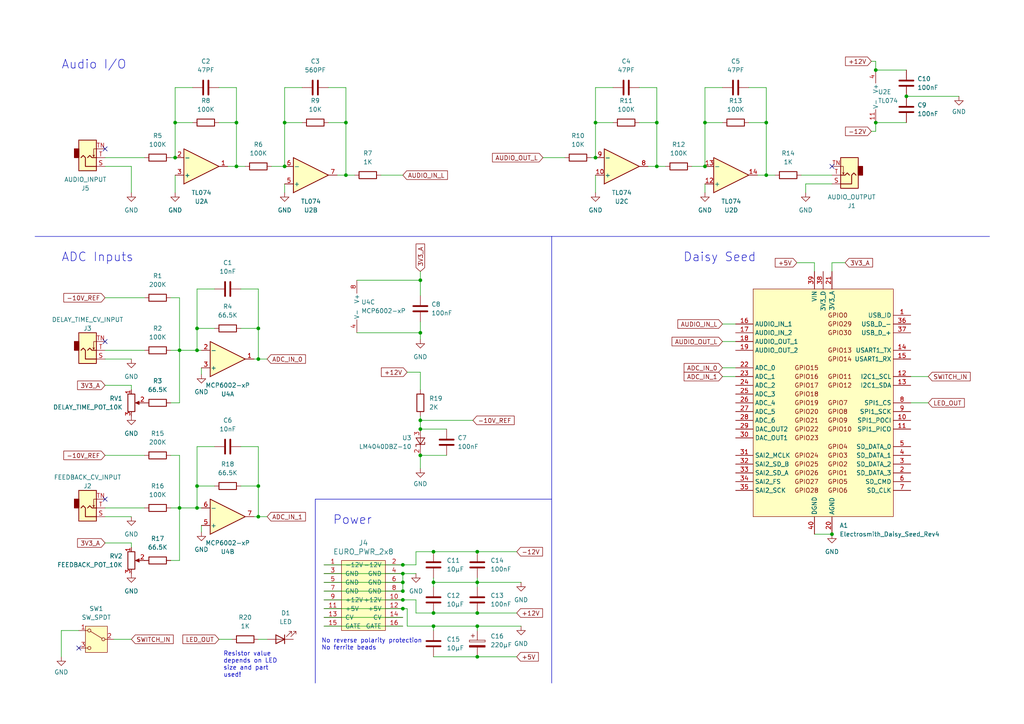
<source format=kicad_sch>
(kicad_sch (version 20231120) (generator "eeschema") (generator_version "8.0")
  (paper "A4")
  (title_block (title "Daisy Delay 6HP Eurorack Module") (date "2024-04-14") (rev "1.0") (company "42 Berlin SynthLab") (comment 1 "Important to connect AGND and DGND outside the seed!") (comment 2 "Using suggested pins in datasheet switch/LED examples:\nhttps://daisy.nyc3.cdn.digitaloceanspaces.com/products/seed/Daisy_Seed_datasheet.pdf"))
  (lib_symbols
    (symbol "Amplifier_Operational:MCP6002-xP" (pin_names (offset 0.127))
      (property "Reference" "U" (at 0 5.08 0))
      (property "Value" "MCP6002-xP" (at 0 -5.08 0))
      (symbol "MCP6002-xP_1_1"
        (polyline (pts (xy -5.08 5.08) (xy 5.08 0) (xy -5.08 -5.08) (xy -5.08 5.08)) (stroke (width 0.254)) (fill (type background)))
        (pin output line (at 7.62 0 180) (length 2.54) (name "~") (number "1"))
        (pin input line (at -7.62 -2.54 0) (length 2.54) (name "-") (number "2"))
        (pin input line (at -7.62 2.54 0) (length 2.54) (name "+") (number "3"))
      )
      (symbol "MCP6002-xP_2_1"
        (polyline (pts (xy -5.08 5.08) (xy 5.08 0) (xy -5.08 -5.08) (xy -5.08 5.08)) (stroke (width 0.254)) (fill (type background)))
        (pin input line (at -7.62 2.54 0) (length 2.54) (name "+") (number "5"))
        (pin input line (at -7.62 -2.54 0) (length 2.54) (name "-") (number "6"))
        (pin output line (at 7.62 0 180) (length 2.54) (name "~") (number "7"))
      )
      (symbol "MCP6002-xP_3_1"
        (pin power_in line (at -2.54 -7.62 90) (length 3.81) (name "V-") (number "4"))
        (pin power_in line (at -2.54 7.62 270) (length 3.81) (name "V+") (number "8"))
      )
    )
    (symbol "Amplifier_Operational:TL074" (pin_names (offset 0.127))
      (property "Reference" "U" (at 0 5.08 0))
      (property "Value" "TL074" (at 0 -5.08 0))
      (symbol "TL074_1_1"
        (polyline (pts (xy -5.08 5.08) (xy 5.08 0) (xy -5.08 -5.08) (xy -5.08 5.08)) (stroke (width 0.254)) (fill (type background)))
        (pin output line (at 7.62 0 180) (length 2.54) (name "~") (number "1"))
        (pin input line (at -7.62 -2.54 0) (length 2.54) (name "-") (number "2"))
        (pin input line (at -7.62 2.54 0) (length 2.54) (name "+") (number "3"))
      )
      (symbol "TL074_2_1"
        (polyline (pts (xy -5.08 5.08) (xy 5.08 0) (xy -5.08 -5.08) (xy -5.08 5.08)) (stroke (width 0.254)) (fill (type background)))
        (pin input line (at -7.62 2.54 0) (length 2.54) (name "+") (number "5"))
        (pin input line (at -7.62 -2.54 0) (length 2.54) (name "-") (number "6"))
        (pin output line (at 7.62 0 180) (length 2.54) (name "~") (number "7"))
      )
      (symbol "TL074_3_1"
        (polyline (pts (xy -5.08 5.08) (xy 5.08 0) (xy -5.08 -5.08) (xy -5.08 5.08)) (stroke (width 0.254)) (fill (type background)))
        (pin input line (at -7.62 2.54 0) (length 2.54) (name "+") (number "10"))
        (pin output line (at 7.62 0 180) (length 2.54) (name "~") (number "8"))
        (pin input line (at -7.62 -2.54 0) (length 2.54) (name "-") (number "9"))
      )
      (symbol "TL074_4_1"
        (polyline (pts (xy -5.08 5.08) (xy 5.08 0) (xy -5.08 -5.08) (xy -5.08 5.08)) (stroke (width 0.254)) (fill (type background)))
        (pin input line (at -7.62 2.54 0) (length 2.54) (name "+") (number "12"))
        (pin input line (at -7.62 -2.54 0) (length 2.54) (name "-") (number "13"))
        (pin output line (at 7.62 0 180) (length 2.54) (name "~") (number "14"))
      )
      (symbol "TL074_5_1"
        (pin power_in line (at -2.54 -7.62 90) (length 3.81) (name "V-") (number "11"))
        (pin power_in line (at -2.54 7.62 270) (length 3.81) (name "V+") (number "4"))
      )
    )
    (symbol "Connector_Audio:AudioJack2_SwitchT"
      (property "Reference" "J" (at 0 8.89 0))
      (property "Value" "AudioJack2_SwitchT" (at 0 6.35 0))
      (symbol "AudioJack2_SwitchT_0_1"
        (rectangle (start -2.54 0) (end -3.81 -2.54) (stroke (width 0.254)) (fill (type outline)))
        (polyline (pts (xy 1.778 -0.254) (xy 2.032 -0.762)))
        (polyline (pts (xy 0 0) (xy 0.635 -0.635) (xy 1.27 0) (xy 2.54 0)) (stroke (width 0.254)))
        (polyline (pts (xy 2.54 -2.54) (xy 1.778 -2.54) (xy 1.778 -0.254) (xy 1.524 -0.762)))
        (polyline (pts (xy 2.54 2.54) (xy -0.635 2.54) (xy -0.635 0) (xy -1.27 -0.635) (xy -1.905 0)) (stroke (width 0.254)))
        (rectangle (start 2.54 3.81) (end -2.54 -5.08) (stroke (width 0.254)) (fill (type background)))
      )
      (symbol "AudioJack2_SwitchT_1_1"
        (pin passive line (at 5.08 2.54 180) (length 2.54) (name "~") (number "S"))
        (pin passive line (at 5.08 0 180) (length 2.54) (name "~") (number "T"))
        (pin passive line (at 5.08 -2.54 180) (length 2.54) (name "~") (number "TN"))
      )
    )
    (symbol "Device:C" (pin_numbers hide) (pin_names (offset 0.254))
      (property "Reference" "C" (at 0.635 2.54 0))
      (property "Value" "C" (at 0.635 -2.54 0))
      (symbol "C_0_1"
        (polyline (pts (xy -2.032 -0.762) (xy 2.032 -0.762)) (stroke (width 0.508)))
        (polyline (pts (xy -2.032 0.762) (xy 2.032 0.762)) (stroke (width 0.508)))
      )
      (symbol "C_1_1"
        (pin passive line (at 0 3.81 270) (length 2.794) (name "~") (number "1"))
        (pin passive line (at 0 -3.81 90) (length 2.794) (name "~") (number "2"))
      )
    )
    (symbol "Device:C_Polarized" (pin_numbers hide) (pin_names (offset 0.254))
      (property "Reference" "C" (at 0.635 2.54 0))
      (property "Value" "C_Polarized" (at 0.635 -2.54 0))
      (symbol "C_Polarized_0_1"
        (rectangle (start -2.286 0.508) (end 2.286 1.016))
        (polyline (pts (xy -1.778 2.286) (xy -0.762 2.286)))
        (polyline (pts (xy -1.27 2.794) (xy -1.27 1.778)))
        (rectangle (start 2.286 -0.508) (end -2.286 -1.016) (fill (type outline)))
      )
      (symbol "C_Polarized_1_1"
        (pin passive line (at 0 3.81 270) (length 2.794) (name "~") (number "1"))
        (pin passive line (at 0 -3.81 90) (length 2.794) (name "~") (number "2"))
      )
    )
    (symbol "Device:LED" (pin_numbers hide) (pin_names (offset 1.016) hide)
      (property "Reference" "D" (at 0 2.54 0))
      (property "Value" "LED" (at 0 -2.54 0))
      (symbol "LED_0_1"
        (polyline (pts (xy -1.27 -1.27) (xy -1.27 1.27)) (stroke (width 0.254)))
        (polyline (pts (xy -1.27 0) (xy 1.27 0)))
        (polyline (pts (xy 1.27 -1.27) (xy 1.27 1.27) (xy -1.27 0) (xy 1.27 -1.27)) (stroke (width 0.254)))
        (polyline (pts (xy -3.048 -0.762) (xy -4.572 -2.286) (xy -3.81 -2.286) (xy -4.572 -2.286) (xy -4.572 -1.524)))
        (polyline (pts (xy -1.778 -0.762) (xy -3.302 -2.286) (xy -2.54 -2.286) (xy -3.302 -2.286) (xy -3.302 -1.524)))
      )
      (symbol "LED_1_1"
        (pin passive line (at -3.81 0 0) (length 2.54) (name "K") (number "1"))
        (pin passive line (at 3.81 0 180) (length 2.54) (name "A") (number "2"))
      )
    )
    (symbol "Device:R" (pin_numbers hide) (pin_names (offset 0))
      (property "Reference" "R" (at 2.032 0 90))
      (property "Value" "R" (at 0 0 90))
      (symbol "R_0_1"
        (rectangle (start -1.016 -2.54) (end 1.016 2.54) (stroke (width 0.254)))
      )
      (symbol "R_1_1"
        (pin passive line (at 0 3.81 270) (length 1.27) (name "~") (number "1"))
        (pin passive line (at 0 -3.81 90) (length 1.27) (name "~") (number "2"))
      )
    )
    (symbol "Device:R_Potentiometer" (pin_names (offset 1.016) hide)
      (property "Reference" "RV" (at -4.445 0 90))
      (property "Value" "R_Potentiometer" (at -2.54 0 90))
      (symbol "R_Potentiometer_0_1"
        (polyline (pts (xy 2.54 0) (xy 1.524 0)))
        (polyline (pts (xy 1.143 0) (xy 2.286 0.508) (xy 2.286 -0.508) (xy 1.143 0)) (fill (type outline)))
        (rectangle (start 1.016 2.54) (end -1.016 -2.54) (stroke (width 0.254)))
      )
      (symbol "R_Potentiometer_1_1"
        (pin passive line (at 0 3.81 270) (length 1.27) (name "1") (number "1"))
        (pin passive line (at 3.81 0 180) (length 1.27) (name "2") (number "2"))
        (pin passive line (at 0 -3.81 90) (length 1.27) (name "3") (number "3"))
      )
    )
    (symbol "GND_1" (power) (pin_numbers hide) (pin_names (offset 0) hide)
      (property "Value" "GND" (at 0 -3.81 0))
      (symbol "GND_1_0_1"
        (polyline (pts (xy 0 0) (xy 0 -1.27) (xy 1.27 -1.27) (xy 0 -2.54) (xy -1.27 -1.27) (xy 0 -1.27)))
      )
      (symbol "GND_1_1_1"
        (pin power_in line (at 0 0 270) (length 0) (name "~") (number "1"))
      )
    )
    (symbol "GND_2" (power) (pin_numbers hide) (pin_names (offset 0) hide)
      (property "Value" "GND" (at 0 -3.81 0))
      (symbol "GND_2_0_1"
        (polyline (pts (xy 0 0) (xy 0 -1.27) (xy 1.27 -1.27) (xy 0 -2.54) (xy -1.27 -1.27) (xy 0 -1.27)))
      )
      (symbol "GND_2_1_1"
        (pin power_in line (at 0 0 270) (length 0) (name "~") (number "1"))
      )
    )
    (symbol "MCU_Module:Electrosmith_Daisy_Seed_Rev4"
      (property "Reference" "A" (at -20.32 34.29 0))
      (property "Value" "Electrosmith_Daisy_Seed_Rev4" (at 33.02 34.29 0))
      (symbol "Electrosmith_Daisy_Seed_Rev4_0_0"
        (text "GPIO0" (at 1.27 25.4 0) (effects (font (size 1.27 1.27)) (justify left)))
        (text "GPIO1" (at 1.27 -20.32 0) (effects (font (size 1.27 1.27)) (justify left)))
        (text "GPIO10" (at 1.27 -7.62 0) (effects (font (size 1.27 1.27)) (justify left)))
        (text "GPIO11" (at 1.27 7.62 0) (effects (font (size 1.27 1.27)) (justify left)))
        (text "GPIO12" (at 1.27 5.08 0) (effects (font (size 1.27 1.27)) (justify left)))
        (text "GPIO13" (at 1.27 15.24 0) (effects (font (size 1.27 1.27)) (justify left)))
        (text "GPIO14" (at 1.27 12.7 0) (effects (font (size 1.27 1.27)) (justify left)))
        (text "GPIO15" (at -1.27 10.16 0) (effects (font (size 1.27 1.27)) (justify right)))
        (text "GPIO16" (at -1.27 7.62 0) (effects (font (size 1.27 1.27)) (justify right)))
        (text "GPIO17" (at -1.27 5.08 0) (effects (font (size 1.27 1.27)) (justify right)))
        (text "GPIO18" (at -1.27 2.54 0) (effects (font (size 1.27 1.27)) (justify right)))
        (text "GPIO19" (at -1.27 0 0) (effects (font (size 1.27 1.27)) (justify right)))
        (text "GPIO2" (at 1.27 -17.78 0) (effects (font (size 1.27 1.27)) (justify left)))
        (text "GPIO20" (at -1.27 -2.54 0) (effects (font (size 1.27 1.27)) (justify right)))
        (text "GPIO21" (at -1.27 -5.08 0) (effects (font (size 1.27 1.27)) (justify right)))
        (text "GPIO22" (at -1.27 -7.62 0) (effects (font (size 1.27 1.27)) (justify right)))
        (text "GPIO23" (at -1.27 -10.16 0) (effects (font (size 1.27 1.27)) (justify right)))
        (text "GPIO24" (at -1.27 -15.24 0) (effects (font (size 1.27 1.27)) (justify right)))
        (text "GPIO25" (at -1.27 -17.78 0) (effects (font (size 1.27 1.27)) (justify right)))
        (text "GPIO26" (at -1.27 -20.32 0) (effects (font (size 1.27 1.27)) (justify right)))
        (text "GPIO27" (at -1.27 -22.86 0) (effects (font (size 1.27 1.27)) (justify right)))
        (text "GPIO28" (at -1.27 -25.4 0) (effects (font (size 1.27 1.27)) (justify right)))
        (text "GPIO29" (at 1.27 22.86 0) (effects (font (size 1.27 1.27)) (justify left)))
        (text "GPIO3" (at 1.27 -15.24 0) (effects (font (size 1.27 1.27)) (justify left)))
        (text "GPIO30" (at 1.27 20.32 0) (effects (font (size 1.27 1.27)) (justify left)))
        (text "GPIO4" (at 1.27 -12.7 0) (effects (font (size 1.27 1.27)) (justify left)))
        (text "GPIO5" (at 1.27 -22.86 0) (effects (font (size 1.27 1.27)) (justify left)))
        (text "GPIO6" (at 1.27 -25.4 0) (effects (font (size 1.27 1.27)) (justify left)))
        (text "GPIO7" (at 1.27 0 0) (effects (font (size 1.27 1.27)) (justify left)))
        (text "GPIO8" (at 1.27 -2.54 0) (effects (font (size 1.27 1.27)) (justify left)))
        (text "GPIO9" (at 1.27 -5.08 0) (effects (font (size 1.27 1.27)) (justify left)))
        (pin bidirectional line (at 25.4 25.4 180) (length 5.08) (name "USB_ID") (number "1"))
        (pin bidirectional line (at 25.4 -5.08 180) (length 5.08) (name "SPI1_POCI") (number "10"))
        (pin bidirectional line (at 25.4 -7.62 180) (length 5.08) (name "SPI1_PICO") (number "11"))
        (pin bidirectional line (at 25.4 7.62 180) (length 5.08) (name "I2C1_SCL") (number "12"))
        (pin bidirectional line (at 25.4 5.08 180) (length 5.08) (name "I2C1_SDA") (number "13"))
        (pin bidirectional line (at 25.4 15.24 180) (length 5.08) (name "USART1_TX") (number "14"))
        (pin bidirectional line (at 25.4 12.7 180) (length 5.08) (name "USART1_RX") (number "15"))
        (pin input line (at -25.4 22.86 0) (length 5.08) (name "AUDIO_IN_1") (number "16"))
        (pin input line (at -25.4 20.32 0) (length 5.08) (name "AUDIO_IN_2") (number "17"))
        (pin output line (at -25.4 17.78 0) (length 5.08) (name "AUDIO_OUT_1") (number "18"))
        (pin output line (at -25.4 15.24 0) (length 5.08) (name "AUDIO_OUT_2") (number "19"))
        (pin bidirectional line (at 25.4 -20.32 180) (length 5.08) (name "SD_DATA_3") (number "2"))
        (pin power_in line (at 2.54 -38.1 90) (length 5.08) (name "AGND") (number "20"))
        (pin power_out line (at 2.54 38.1 270) (length 5.08) (name "3V3_A") (number "21"))
        (pin bidirectional line (at -25.4 10.16 0) (length 5.08) (name "ADC_0") (number "22"))
        (pin bidirectional line (at -25.4 7.62 0) (length 5.08) (name "ADC_1") (number "23"))
        (pin bidirectional line (at -25.4 5.08 0) (length 5.08) (name "ADC_2") (number "24"))
        (pin bidirectional line (at -25.4 2.54 0) (length 5.08) (name "ADC_3") (number "25"))
        (pin bidirectional line (at -25.4 0 0) (length 5.08) (name "ADC_4") (number "26"))
        (pin bidirectional line (at -25.4 -2.54 0) (length 5.08) (name "ADC_5") (number "27"))
        (pin bidirectional line (at -25.4 -5.08 0) (length 5.08) (name "ADC_6") (number "28"))
        (pin bidirectional line (at -25.4 -7.62 0) (length 5.08) (name "DAC_OUT2") (number "29"))
        (pin bidirectional line (at 25.4 -17.78 180) (length 5.08) (name "SD_DATA_2") (number "3"))
        (pin bidirectional line (at -25.4 -10.16 0) (length 5.08) (name "DAC_OUT1") (number "30"))
        (pin bidirectional line (at -25.4 -15.24 0) (length 5.08) (name "SAI2_MCLK") (number "31"))
        (pin bidirectional line (at -25.4 -17.78 0) (length 5.08) (name "SAI2_SD_B") (number "32"))
        (pin bidirectional line (at -25.4 -20.32 0) (length 5.08) (name "SAI2_SD_A") (number "33"))
        (pin bidirectional line (at -25.4 -22.86 0) (length 5.08) (name "SAI2_FS") (number "34"))
        (pin bidirectional line (at -25.4 -25.4 0) (length 5.08) (name "SAI2_SCK") (number "35"))
        (pin bidirectional line (at 25.4 22.86 180) (length 5.08) (name "USB_D_-") (number "36"))
        (pin bidirectional line (at 25.4 20.32 180) (length 5.08) (name "USB_D_+") (number "37"))
        (pin power_out line (at 0 38.1 270) (length 5.08) (name "3V3_D") (number "38"))
        (pin power_in line (at -2.54 38.1 270) (length 5.08) (name "VIN") (number "39"))
        (pin bidirectional line (at 25.4 -15.24 180) (length 5.08) (name "SD_DATA_1") (number "4"))
        (pin power_in line (at -2.54 -38.1 90) (length 5.08) (name "DGND") (number "40"))
        (pin bidirectional line (at 25.4 -12.7 180) (length 5.08) (name "SD_DATA_0") (number "5"))
        (pin bidirectional line (at 25.4 -22.86 180) (length 5.08) (name "SD_CMD") (number "6"))
        (pin bidirectional line (at 25.4 -25.4 180) (length 5.08) (name "SD_CLK") (number "7"))
        (pin bidirectional line (at 25.4 0 180) (length 5.08) (name "SPI1_CS") (number "8"))
        (pin bidirectional line (at 25.4 -2.54 180) (length 5.08) (name "SPI1_SCK") (number "9"))
      )
      (symbol "Electrosmith_Daisy_Seed_Rev4_0_1"
        (rectangle (start -20.32 33.02) (end 20.32 -33.02) (fill (type background)))
      )
    )
    (symbol "Reference_Voltage:LM4040LP-10" (pin_names (offset 0.0254) hide)
      (property "Reference" "U" (at 0 2.54 0))
      (property "Value" "LM4040LP-10" (at 0 -3.175 0))
      (symbol "LM4040LP-10_0_1"
        (polyline (pts (xy -1.27 0) (xy 0 0) (xy 1.27 0)))
        (polyline (pts (xy -1.27 -1.27) (xy 0.635 0) (xy -1.27 1.27) (xy -1.27 -1.27)) (stroke (width 0.2032)))
        (polyline (pts (xy 0 -1.27) (xy 0.635 -1.27) (xy 0.635 1.27) (xy 1.27 1.27)) (stroke (width 0.2032)))
      )
      (symbol "LM4040LP-10_1_1"
        (pin passive line (at 3.81 0 180) (length 2.54) (name "K") (number "2"))
        (pin passive line (at -3.81 0 0) (length 2.54) (name "A") (number "3"))
      )
    )
    (symbol "Switch:SW_SPDT" (pin_names (offset 0) hide)
      (property "Reference" "SW" (at 0 5.08 0))
      (property "Value" "SW_SPDT" (at 0 -5.08 0))
      (symbol "SW_SPDT_0_1"
        (circle (center -2.032 0) (radius 0.4572))
        (polyline (pts (xy -1.651 0.254) (xy 1.651 2.286)))
        (circle (center 2.032 -2.54) (radius 0.4572))
        (circle (center 2.032 2.54) (radius 0.4572))
      )
      (symbol "SW_SPDT_1_1"
        (rectangle (start -3.175 3.81) (end 3.175 -3.81) (fill (type background)))
        (pin passive line (at 5.08 2.54 180) (length 2.54) (name "A") (number "1"))
        (pin passive line (at -5.08 0 0) (length 2.54) (name "B") (number "2"))
        (pin passive line (at 5.08 -2.54 180) (length 2.54) (name "C") (number "3"))
      )
    )
    (symbol "eurocad:EURO_PWR_2x8" (pin_names (offset 1.016))
      (property "Reference" "J" (at 0 -15.24 0))
      (property "Value" "EURO_PWR_2x8" (at 0 7.62 0))
      (symbol "EURO_PWR_2x8_0_1"
        (rectangle (start -6.35 6.35) (end 6.35 -13.97) (fill (type background)))
      )
      (symbol "EURO_PWR_2x8_1_1"
        (pin power_out line (at -11.43 5.08 0) (length 5.08) (name "-12V") (number "1"))
        (pin power_out line (at 11.43 -5.08 180) (length 5.08) (name "+12V") (number "10"))
        (pin power_out line (at -11.43 -7.62 0) (length 5.08) (name "+5V") (number "11"))
        (pin power_out line (at 11.43 -7.62 180) (length 5.08) (name "+5V") (number "12"))
        (pin power_out line (at -11.43 -10.16 0) (length 5.08) (name "CV") (number "13"))
        (pin power_out line (at 11.43 -10.16 180) (length 5.08) (name "CV") (number "14"))
        (pin power_out line (at -11.43 -12.7 0) (length 5.08) (name "GATE") (number "15"))
        (pin power_out line (at 11.43 -12.7 180) (length 5.08) (name "GATE") (number "16"))
        (pin power_out line (at 11.43 5.08 180) (length 5.08) (name "-12V") (number "2"))
        (pin power_in line (at -11.43 2.54 0) (length 5.08) (name "GND") (number "3"))
        (pin power_in line (at 11.43 2.54 180) (length 5.08) (name "GND") (number "4"))
        (pin power_in line (at -11.43 0 0) (length 5.08) (name "GND") (number "5"))
        (pin power_in line (at 11.43 0 180) (length 5.08) (name "GND") (number "6"))
        (pin power_in line (at -11.43 -2.54 0) (length 5.08) (name "GND") (number "7"))
        (pin power_in line (at 11.43 -2.54 180) (length 5.08) (name "GND") (number "8"))
        (pin power_out line (at -11.43 -5.08 0) (length 5.08) (name "+12V") (number "9"))
      )
    )
    (symbol "power:GND" (power) (pin_names (offset 0))
      (property "Value" "GND" (at 0 -3.81 0))
      (symbol "GND_0_1"
        (polyline (pts (xy 0 0) (xy 0 -1.27) (xy 1.27 -1.27) (xy 0 -2.54) (xy -1.27 -1.27) (xy 0 -1.27)))
      )
      (symbol "GND_1_1"
        (pin power_in line (at 0 0 270) (length 0) hide (name "GND") (number "1"))
      )
    )
  )
  (junction (at 82.55 48.26))
  (junction (at 138.43 177.8))
  (junction (at 138.43 181.61))
  (junction (at 52.07 147.32))
  (junction (at 241.3 154.94))
  (junction (at 116.84 173.99))
  (junction (at 204.47 35.56))
  (junction (at 50.8 45.72))
  (junction (at 121.92 121.92))
  (junction (at 125.73 177.8))
  (junction (at 254 35.56))
  (junction (at 125.73 168.91))
  (junction (at 116.84 171.45))
  (junction (at 138.43 168.91))
  (junction (at 57.15 140.97))
  (junction (at 121.92 124.46))
  (junction (at 100.33 35.56))
  (junction (at 82.55 35.56))
  (junction (at 190.5 48.26))
  (junction (at 125.73 160.02))
  (junction (at 190.5 35.56))
  (junction (at 138.43 190.5))
  (junction (at 68.58 35.56))
  (junction (at 57.15 95.25))
  (junction (at 121.92 81.28))
  (junction (at 57.15 147.32))
  (junction (at 172.72 45.72))
  (junction (at 74.93 140.97))
  (junction (at 172.72 35.56))
  (junction (at 57.15 101.6))
  (junction (at 125.73 181.61))
  (junction (at 121.92 132.08))
  (junction (at 116.84 166.37))
  (junction (at 68.58 48.26))
  (junction (at 204.47 48.26))
  (junction (at 254 20.32))
  (junction (at 74.93 95.25))
  (junction (at 50.8 35.56))
  (junction (at 138.43 160.02))
  (junction (at 116.84 168.91))
  (junction (at 262.89 27.94))
  (junction (at 52.07 101.6))
  (junction (at 116.84 176.53))
  (junction (at 222.25 50.8))
  (junction (at 222.25 35.56))
  (junction (at 74.93 149.86))
  (junction (at 74.93 104.14))
  (junction (at 100.33 50.8))
  (junction (at 121.92 96.52))
  (junction (at 116.84 163.83))
  (no_connect (at 22.86 187.96))
  (no_connect (at 30.48 99.06))
  (no_connect (at 30.48 43.18))
  (no_connect (at 241.3 48.26))
  (no_connect (at 30.48 144.78))
  (wire (pts (xy 103.505 96.52) (xy 121.92 96.52)))
  (wire (pts (xy 30.48 132.08) (xy 41.91 132.08)))
  (wire (pts (xy 57.15 140.97) (xy 57.15 129.54)))
  (wire (pts (xy 204.47 25.4) (xy 204.47 35.56)))
  (wire (pts (xy 73.66 104.14) (xy 74.93 104.14)))
  (wire (pts (xy 236.22 154.94) (xy 241.3 154.94)))
  (wire (pts (xy 30.48 149.86) (xy 38.1 149.86)))
  (wire (pts (xy 49.53 147.32) (xy 52.07 147.32)))
  (wire (pts (xy 93.98 173.99) (xy 116.84 173.99)))
  (wire (pts (xy 219.71 50.8) (xy 222.25 50.8)))
  (wire (pts (xy 30.48 45.72) (xy 41.91 45.72)))
  (wire (pts (xy 30.48 147.32) (xy 41.91 147.32)))
  (wire (pts (xy 52.07 116.84) (xy 52.07 101.6)))
  (wire (pts (xy 171.45 45.72) (xy 172.72 45.72)))
  (wire (pts (xy 77.47 185.42) (xy 74.93 185.42)))
  (wire (pts (xy 49.53 116.84) (xy 52.07 116.84)))
  (wire (pts (xy 118.11 181.61) (xy 125.73 181.61)))
  (wire (pts (xy 22.86 182.88) (xy 17.78 182.88)))
  (wire (pts (xy 49.53 132.08) (xy 52.07 132.08)))
  (wire (pts (xy 222.25 25.4) (xy 222.25 35.56)))
  (wire (pts (xy 38.1 157.48) (xy 38.1 158.75)))
  (wire (pts (xy 63.5 185.42) (xy 67.31 185.42)))
  (wire (pts (xy 121.92 121.92) (xy 121.92 120.65)))
  (wire (pts (xy 157.48 45.72) (xy 163.83 45.72)))
  (wire (pts (xy 121.92 107.95) (xy 121.92 113.03)))
  (wire (pts (xy 93.98 166.37) (xy 116.84 166.37)))
  (wire (pts (xy 93.98 181.61) (xy 116.84 181.61)))
  (wire (pts (xy 209.55 25.4) (xy 204.47 25.4)))
  (polyline (pts (xy 160.02 68.58) (xy 287.02 68.58)))
  (wire (pts (xy 82.55 35.56) (xy 87.63 35.56)))
  (wire (pts (xy 138.43 182.88) (xy 138.43 181.61)))
  (wire (pts (xy 69.85 129.54) (xy 74.93 129.54)))
  (wire (pts (xy 100.33 50.8) (xy 102.87 50.8)))
  (wire (pts (xy 52.07 101.6) (xy 57.15 101.6)))
  (wire (pts (xy 241.3 78.74) (xy 241.3 76.2)))
  (wire (pts (xy 74.93 95.25) (xy 74.93 104.14)))
  (wire (pts (xy 57.15 140.97) (xy 57.15 147.32)))
  (wire (pts (xy 172.72 50.8) (xy 172.72 55.88)))
  (wire (pts (xy 217.17 25.4) (xy 222.25 25.4)))
  (wire (pts (xy 172.72 35.56) (xy 177.8 35.56)))
  (wire (pts (xy 68.58 48.26) (xy 68.58 35.56)))
  (wire (pts (xy 185.42 35.56) (xy 190.5 35.56)))
  (wire (pts (xy 190.5 48.26) (xy 193.04 48.26)))
  (wire (pts (xy 138.43 190.5) (xy 149.86 190.5)))
  (wire (pts (xy 63.5 35.56) (xy 68.58 35.56)))
  (wire (pts (xy 125.73 177.8) (xy 120.65 177.8)))
  (polyline (pts (xy 91.44 144.78) (xy 91.44 198.12)))
  (wire (pts (xy 82.55 35.56) (xy 82.55 48.26)))
  (wire (pts (xy 50.8 45.72) (xy 50.8 35.56)))
  (wire (pts (xy 209.55 99.06) (xy 213.36 99.06)))
  (wire (pts (xy 209.55 106.68) (xy 213.36 106.68)))
  (wire (pts (xy 93.98 168.91) (xy 116.84 168.91)))
  (wire (pts (xy 222.25 35.56) (xy 222.25 50.8)))
  (wire (pts (xy 33.02 185.42) (xy 38.1 185.42)))
  (wire (pts (xy 232.41 50.8) (xy 241.3 50.8)))
  (wire (pts (xy 78.74 48.26) (xy 82.55 48.26)))
  (wire (pts (xy 121.92 96.52) (xy 121.92 93.345)))
  (wire (pts (xy 121.92 98.425) (xy 121.92 96.52)))
  (wire (pts (xy 93.98 176.53) (xy 116.84 176.53)))
  (wire (pts (xy 52.07 86.36) (xy 52.07 101.6)))
  (wire (pts (xy 138.43 168.91) (xy 138.43 167.64)))
  (wire (pts (xy 138.43 181.61) (xy 151.13 181.61)))
  (wire (pts (xy 241.3 53.34) (xy 233.68 53.34)))
  (wire (pts (xy 264.16 109.22) (xy 269.24 109.22)))
  (wire (pts (xy 73.66 149.86) (xy 74.93 149.86)))
  (wire (pts (xy 116.84 168.91) (xy 116.84 171.45)))
  (wire (pts (xy 222.25 50.8) (xy 224.79 50.8)))
  (wire (pts (xy 252.73 17.78) (xy 254 17.78)))
  (wire (pts (xy 209.55 93.98) (xy 213.36 93.98)))
  (wire (pts (xy 110.49 50.8) (xy 116.84 50.8)))
  (wire (pts (xy 49.53 162.56) (xy 52.07 162.56)))
  (wire (pts (xy 187.96 48.26) (xy 190.5 48.26)))
  (wire (pts (xy 74.93 129.54) (xy 74.93 140.97)))
  (wire (pts (xy 57.15 140.97) (xy 62.23 140.97)))
  (wire (pts (xy 241.3 76.2) (xy 245.11 76.2)))
  (wire (pts (xy 138.43 168.91) (xy 138.43 170.18)))
  (wire (pts (xy 57.15 129.54) (xy 62.23 129.54)))
  (wire (pts (xy 254 17.78) (xy 254 20.32)))
  (wire (pts (xy 121.92 124.46) (xy 121.92 121.92)))
  (wire (pts (xy 69.85 95.25) (xy 74.93 95.25)))
  (wire (pts (xy 125.73 190.5) (xy 138.43 190.5)))
  (wire (pts (xy 69.85 140.97) (xy 74.93 140.97)))
  (wire (pts (xy 116.84 166.37) (xy 116.84 168.91)))
  (wire (pts (xy 125.73 177.8) (xy 138.43 177.8)))
  (wire (pts (xy 17.78 182.88) (xy 17.78 190.5)))
  (wire (pts (xy 30.48 104.14) (xy 38.1 104.14)))
  (wire (pts (xy 138.43 160.02) (xy 149.86 160.02)))
  (wire (pts (xy 190.5 25.4) (xy 190.5 35.56)))
  (wire (pts (xy 38.1 48.26) (xy 38.1 55.88)))
  (wire (pts (xy 58.42 106.68) (xy 58.42 108.585)))
  (wire (pts (xy 38.1 111.76) (xy 38.1 113.03)))
  (wire (pts (xy 254 20.32) (xy 262.89 20.32)))
  (wire (pts (xy 121.92 124.46) (xy 129.54 124.46)))
  (wire (pts (xy 57.15 101.6) (xy 58.42 101.6)))
  (wire (pts (xy 50.8 35.56) (xy 55.88 35.56)))
  (wire (pts (xy 121.92 132.08) (xy 129.54 132.08)))
  (wire (pts (xy 254 38.1) (xy 254 35.56)))
  (wire (pts (xy 204.47 53.34) (xy 204.47 55.88)))
  (wire (pts (xy 100.33 35.56) (xy 100.33 50.8)))
  (wire (pts (xy 233.68 53.34) (xy 233.68 55.88)))
  (wire (pts (xy 138.43 168.91) (xy 151.13 168.91)))
  (wire (pts (xy 264.16 116.84) (xy 269.24 116.84)))
  (wire (pts (xy 69.85 83.82) (xy 74.93 83.82)))
  (wire (pts (xy 103.505 81.28) (xy 121.92 81.28)))
  (wire (pts (xy 252.73 38.1) (xy 254 38.1)))
  (wire (pts (xy 30.48 157.48) (xy 38.1 157.48)))
  (wire (pts (xy 118.11 107.95) (xy 121.92 107.95)))
  (wire (pts (xy 49.53 45.72) (xy 50.8 45.72)))
  (wire (pts (xy 49.53 101.6) (xy 52.07 101.6)))
  (wire (pts (xy 125.73 167.64) (xy 125.73 168.91)))
  (wire (pts (xy 125.73 160.02) (xy 120.65 160.02)))
  (wire (pts (xy 120.65 177.8) (xy 120.65 173.99)))
  (wire (pts (xy 217.17 35.56) (xy 222.25 35.56)))
  (wire (pts (xy 66.04 48.26) (xy 68.58 48.26)))
  (wire (pts (xy 74.93 140.97) (xy 74.93 149.86)))
  (wire (pts (xy 30.48 86.36) (xy 41.91 86.36)))
  (wire (pts (xy 121.92 81.28) (xy 121.92 85.725)))
  (wire (pts (xy 125.73 168.91) (xy 125.73 170.18)))
  (wire (pts (xy 57.15 95.25) (xy 57.15 83.82)))
  (wire (pts (xy 262.89 27.94) (xy 278.13 27.94)))
  (wire (pts (xy 121.92 132.08) (xy 121.92 135.89)))
  (wire (pts (xy 30.48 48.26) (xy 38.1 48.26)))
  (polyline (pts (xy 91.44 144.78) (xy 160.02 144.78)))
  (wire (pts (xy 209.55 109.22) (xy 213.36 109.22)))
  (wire (pts (xy 30.48 111.76) (xy 38.1 111.76)))
  (wire (pts (xy 52.07 147.32) (xy 57.15 147.32)))
  (wire (pts (xy 121.92 121.92) (xy 137.16 121.92)))
  (wire (pts (xy 57.15 95.25) (xy 62.23 95.25)))
  (wire (pts (xy 57.15 147.32) (xy 58.42 147.32)))
  (wire (pts (xy 95.25 25.4) (xy 100.33 25.4)))
  (wire (pts (xy 30.48 101.6) (xy 41.91 101.6)))
  (wire (pts (xy 125.73 160.02) (xy 138.43 160.02)))
  (wire (pts (xy 254 35.56) (xy 262.89 35.56)))
  (wire (pts (xy 190.5 48.26) (xy 190.5 35.56)))
  (wire (pts (xy 116.84 163.83) (xy 120.65 163.83)))
  (wire (pts (xy 50.8 25.4) (xy 50.8 35.56)))
  (wire (pts (xy 185.42 25.4) (xy 190.5 25.4)))
  (wire (pts (xy 74.93 83.82) (xy 74.93 95.25)))
  (wire (pts (xy 100.33 25.4) (xy 100.33 35.56)))
  (wire (pts (xy 52.07 162.56) (xy 52.07 147.32)))
  (wire (pts (xy 125.73 168.91) (xy 138.43 168.91)))
  (wire (pts (xy 200.66 48.26) (xy 204.47 48.26)))
  (wire (pts (xy 52.07 132.08) (xy 52.07 147.32)))
  (wire (pts (xy 236.22 76.2) (xy 236.22 78.74)))
  (wire (pts (xy 172.72 25.4) (xy 172.72 35.56)))
  (wire (pts (xy 93.98 171.45) (xy 116.84 171.45)))
  (wire (pts (xy 97.79 50.8) (xy 100.33 50.8)))
  (wire (pts (xy 50.8 50.8) (xy 50.8 55.88)))
  (wire (pts (xy 93.98 163.83) (xy 116.84 163.83)))
  (wire (pts (xy 95.25 35.56) (xy 100.33 35.56)))
  (wire (pts (xy 63.5 25.4) (xy 68.58 25.4)))
  (wire (pts (xy 125.73 181.61) (xy 138.43 181.61)))
  (wire (pts (xy 49.53 86.36) (xy 52.07 86.36)))
  (wire (pts (xy 82.55 53.34) (xy 82.55 55.88)))
  (wire (pts (xy 74.93 149.86) (xy 77.47 149.86)))
  (wire (pts (xy 121.92 78.74) (xy 121.92 81.28)))
  (wire (pts (xy 120.65 173.99) (xy 116.84 173.99)))
  (wire (pts (xy 204.47 35.56) (xy 204.47 48.26)))
  (wire (pts (xy 116.84 166.37) (xy 120.65 166.37)))
  (wire (pts (xy 68.58 48.26) (xy 71.12 48.26)))
  (wire (pts (xy 55.88 25.4) (xy 50.8 25.4)))
  (wire (pts (xy 120.65 160.02) (xy 120.65 163.83)))
  (wire (pts (xy 138.43 177.8) (xy 149.86 177.8)))
  (wire (pts (xy 231.14 76.2) (xy 236.22 76.2)))
  (wire (pts (xy 204.47 35.56) (xy 209.55 35.56)))
  (wire (pts (xy 68.58 25.4) (xy 68.58 35.56)))
  (wire (pts (xy 74.93 104.14) (xy 77.47 104.14)))
  (wire (pts (xy 87.63 25.4) (xy 82.55 25.4)))
  (wire (pts (xy 57.15 83.82) (xy 62.23 83.82)))
  (polyline (pts (xy 10.16 68.58) (xy 160.02 68.58)))
  (wire (pts (xy 82.55 25.4) (xy 82.55 35.56)))
  (polyline (pts (xy 160.02 68.58) (xy 160.02 198.12)))
  (wire (pts (xy 125.73 182.88) (xy 125.73 181.61)))
  (wire (pts (xy 116.84 176.53) (xy 118.11 176.53)))
  (wire (pts (xy 93.98 179.07) (xy 116.84 179.07)))
  (wire (pts (xy 172.72 45.72) (xy 172.72 35.56)))
  (wire (pts (xy 177.8 25.4) (xy 172.72 25.4)))
  (wire (pts (xy 58.42 152.4) (xy 58.42 154.305)))
  (wire (pts (xy 57.15 95.25) (xy 57.15 101.6)))
  (wire (pts (xy 118.11 176.53) (xy 118.11 181.61)))
  (text "ADC Inputs" (at 17.78 76.2 0) (effects (font (size 2.54 2.54)) (justify left bottom)))
  (text "Resistor value\ndepends on LED\nsize and part\nused!" (at 64.77 192.786 0) (effects (font (size 1.27 1.27)) (justify left)))
  (text "Audio I/O" (at 17.78 20.32 0) (effects (font (size 2.54 2.54)) (justify left bottom)))
  (text "Power" (at 96.52 152.4 0) (effects (font (size 2.54 2.54)) (justify left bottom)))
  (text "Daisy Seed" (at 198.12 76.2 0) (effects (font (size 2.54 2.54)) (justify left bottom)))
  (text "No reverse polarity protection\nNo ferrite beads" (at 93.218 186.944 0) (effects (font (size 1.27 1.27)) (justify left)))
  (global_label "-10V_REF" (shape input) (at 137.16 121.92 0) (property "Intersheetrefs" "${INTERSHEET_REFS}" (effects (hide yes))))
  (global_label "ADC_IN_0" (shape input) (at 77.47 104.14 0) (property "Intersheetrefs" "${INTERSHEET_REFS}" (effects (hide yes))))
  (global_label "LED_OUT" (shape input) (at 269.24 116.84 0) (property "Intersheetrefs" "${INTERSHEET_REFS}" (effects (hide yes))))
  (global_label "ADC_IN_0" (shape input) (at 209.55 106.68 180) (property "Intersheetrefs" "${INTERSHEET_REFS}" (effects (hide yes))))
  (global_label "-12V" (shape input) (at 252.73 38.1 180) (property "Intersheetrefs" "${INTERSHEET_REFS}" (effects (hide yes))))
  (global_label "AUDIO_OUT_L" (shape input) (at 209.55 99.06 180) (property "Intersheetrefs" "${INTERSHEET_REFS}" (effects (hide yes))))
  (global_label "+12V" (shape input) (at 252.73 17.78 180) (property "Intersheetrefs" "${INTERSHEET_REFS}" (effects (hide yes))))
  (global_label "3V3_A" (shape input) (at 30.48 111.76 180) (property "Intersheetrefs" "${INTERSHEET_REFS}" (effects (hide yes))))
  (global_label "AUDIO_OUT_L" (shape input) (at 157.48 45.72 180) (property "Intersheetrefs" "${INTERSHEET_REFS}" (effects (hide yes))))
  (global_label "+5V" (shape input) (at 231.14 76.2 180) (property "Intersheetrefs" "${INTERSHEET_REFS}" (effects (hide yes))))
  (global_label "+12V" (shape input) (at 149.86 177.8 0) (property "Intersheetrefs" "${INTERSHEET_REFS}" (effects (hide yes))))
  (global_label "SWITCH_IN" (shape input) (at 269.24 109.22 0) (property "Intersheetrefs" "${INTERSHEET_REFS}" (effects (hide yes))))
  (global_label "3V3_A" (shape input) (at 245.11 76.2 0) (property "Intersheetrefs" "${INTERSHEET_REFS}" (effects (hide yes))))
  (global_label "AUDIO_IN_L" (shape input) (at 209.55 93.98 180) (property "Intersheetrefs" "${INTERSHEET_REFS}" (effects (hide yes))))
  (global_label "-12V" (shape input) (at 149.86 160.02 0) (property "Intersheetrefs" "${INTERSHEET_REFS}" (effects (hide yes))))
  (global_label "+5V" (shape input) (at 149.86 190.5 0) (property "Intersheetrefs" "${INTERSHEET_REFS}" (effects (hide yes))))
  (global_label "+12V" (shape input) (at 118.11 107.95 180) (property "Intersheetrefs" "${INTERSHEET_REFS}" (effects (hide yes))))
  (global_label "3V3_A" (shape input) (at 121.92 78.74 90) (property "Intersheetrefs" "${INTERSHEET_REFS}" (effects (hide yes))))
  (global_label "LED_OUT" (shape input) (at 63.5 185.42 180) (property "Intersheetrefs" "${INTERSHEET_REFS}" (effects (hide yes))))
  (global_label "3V3_A" (shape input) (at 30.48 157.48 180) (property "Intersheetrefs" "${INTERSHEET_REFS}" (effects (hide yes))))
  (global_label "-10V_REF" (shape input) (at 30.48 132.08 180) (property "Intersheetrefs" "${INTERSHEET_REFS}" (effects (hide yes))))
  (global_label "SWITCH_IN" (shape input) (at 38.1 185.42 0) (property "Intersheetrefs" "${INTERSHEET_REFS}" (effects (hide yes))))
  (global_label "ADC_IN_1" (shape input) (at 77.47 149.86 0) (property "Intersheetrefs" "${INTERSHEET_REFS}" (effects (hide yes))))
  (global_label "-10V_REF" (shape input) (at 30.48 86.36 180) (property "Intersheetrefs" "${INTERSHEET_REFS}" (effects (hide yes))))
  (global_label "ADC_IN_1" (shape input) (at 209.55 109.22 180) (property "Intersheetrefs" "${INTERSHEET_REFS}" (effects (hide yes))))
  (global_label "AUDIO_IN_L" (shape input) (at 116.84 50.8 0) (property "Intersheetrefs" "${INTERSHEET_REFS}" (effects (hide yes))))
  (symbol (lib_id "power:GND") (at 17.78 190.5 0) (unit 1)
    (property "Reference" "#PWR020" (effects (hide yes)))
    (property "Value" "GND" (at 17.78 194.945 0))
  )
  (symbol (lib_id "Device:R") (at 45.72 116.84 90) (unit 1)
    (property "Reference" "R3" (at 45.72 110.49 90))
    (property "Value" "66.5K" (at 45.72 113.03 90))
    (property "Footprint" "Resistor_THT:R_Axial_DIN0207_L6.3mm_D2.5mm_P10.16mm_Horizontal" (effects (hide yes)))
  )
  (symbol (lib_id "Device:R") (at 228.6 50.8 90) (unit 1)
    (property "Reference" "R14" (at 228.6 44.45 90))
    (property "Value" "1K" (at 228.6 46.99 90))
    (property "Footprint" "Resistor_THT:R_Axial_DIN0207_L6.3mm_D2.5mm_P10.16mm_Horizontal" (effects (hide yes)))
  )
  (symbol (lib_id "MCU_Module:Electrosmith_Daisy_Seed_Rev4") (at 238.76 116.84 0) (unit 1)
    (property "Reference" "A1" (at 243.4941 152.4 0) (effects (justify left)))
    (property "Value" "Electrosmith_Daisy_Seed_Rev4" (at 243.4941 154.94 0) (effects (justify left)))
    (property "Footprint" "Module:Electrosmith_Daisy_Seed" (effects (hide yes)))
    (property "Datasheet" "https://static1.squarespace.com/static/58d03fdc1b10e3bf442567b8/t/6227e6236f02fb68d1577146/1646781988478/Daisy_Seed_datasheet_v1.0.3.pdf" (effects (hide yes)))
  )
  (symbol (lib_id "power:GND") (at 58.42 108.585 0) (unit 1)
    (property "Reference" "#PWR01" (effects (hide yes)))
    (property "Value" "GND" (at 58.42 113.665 0))
  )
  (symbol (lib_id "Amplifier_Operational:TL074") (at 90.17 50.8 0) (mirror x) (unit 2)
    (property "Reference" "U2" (at 90.17 60.96 0))
    (property "Value" "TL074" (at 90.17 58.42 0))
    (property "Footprint" "Package_DIP:DIP-14_W7.62mm" (effects (hide yes)))
    (property "Datasheet" "http://www.ti.com/lit/ds/symlink/tl071.pdf" (effects (hide yes)))
  )
  (symbol (lib_id "Device:R") (at 167.64 45.72 90) (unit 1)
    (property "Reference" "R10" (at 167.64 39.37 90))
    (property "Value" "10K" (at 167.64 41.91 90))
    (property "Footprint" "Resistor_THT:R_Axial_DIN0207_L6.3mm_D2.5mm_P10.16mm_Horizontal" (effects (hide yes)))
  )
  (symbol (lib_id "Device:R") (at 45.72 86.36 90) (unit 1)
    (property "Reference" "R1" (at 45.72 80.01 90))
    (property "Value" "200K" (at 45.72 82.55 90))
    (property "Footprint" "Resistor_THT:R_Axial_DIN0207_L6.3mm_D2.5mm_P10.16mm_Horizontal" (effects (hide yes)))
  )
  (symbol (lib_id "Device:R") (at 45.72 132.08 90) (unit 1)
    (property "Reference" "R15" (at 45.72 125.73 90))
    (property "Value" "200K" (at 45.72 128.27 90))
    (property "Footprint" "Resistor_THT:R_Axial_DIN0207_L6.3mm_D2.5mm_P10.16mm_Horizontal" (effects (hide yes)))
  )
  (symbol (lib_id "Device:R") (at 45.72 162.56 90) (unit 1)
    (property "Reference" "R17" (at 45.72 156.21 90))
    (property "Value" "66.5K" (at 45.72 158.75 90))
    (property "Footprint" "Resistor_THT:R_Axial_DIN0207_L6.3mm_D2.5mm_P10.16mm_Horizontal" (effects (hide yes)))
  )
  (symbol (lib_id "power:GND") (at 38.1 166.37 0) (unit 1)
    (property "Reference" "#PWR011" (effects (hide yes)))
    (property "Value" "GND" (at 38.1 171.45 0))
  )
  (symbol (lib_id "power:GND") (at 38.1 149.86 0) (unit 1)
    (property "Reference" "#PWR010" (effects (hide yes)))
    (property "Value" "GND" (at 38.1 154.94 0))
  )
  (symbol (lib_id "Device:R") (at 66.04 140.97 90) (unit 1)
    (property "Reference" "R18" (at 66.04 134.62 90))
    (property "Value" "66.5K" (at 66.04 137.16 90))
    (property "Footprint" "Resistor_THT:R_Axial_DIN0207_L6.3mm_D2.5mm_P10.16mm_Horizontal" (effects (hide yes)))
  )
  (symbol (lib_id "Device:R") (at 45.72 147.32 90) (unit 1)
    (property "Reference" "R16" (at 45.72 140.97 90))
    (property "Value" "100K" (at 45.72 143.51 90))
    (property "Footprint" "Resistor_THT:R_Axial_DIN0207_L6.3mm_D2.5mm_P10.16mm_Horizontal" (effects (hide yes)))
  )
  (symbol (lib_id "power:GND") (at 58.42 154.305 0) (unit 1)
    (property "Reference" "#PWR012" (effects (hide yes)))
    (property "Value" "GND" (at 58.42 159.385 0))
  )
  (symbol (lib_id "Device:R") (at 74.93 48.26 90) (unit 1)
    (property "Reference" "R6" (at 74.93 41.91 90))
    (property "Value" "100K" (at 74.93 44.45 90))
    (property "Footprint" "Resistor_THT:R_Axial_DIN0207_L6.3mm_D2.5mm_P10.16mm_Horizontal" (effects (hide yes)))
  )
  (symbol (lib_id "Device:C_Polarized") (at 138.43 186.69 0) (unit 1)
    (property "Reference" "C16" (at 142.24 184.5309 0) (effects (justify left)))
    (property "Value" "220µF" (at 142.24 187.0709 0) (effects (justify left)))
    (property "Footprint" "Capacitor_THT:CP_Radial_D5.0mm_P2.50mm" (effects (hide yes)))
    (property "Description" "Polarized capacitor" (effects (hide yes)))
  )
  (symbol (lib_id "Device:C") (at 138.43 173.99 0) (unit 1)
    (property "Reference" "C13" (at 142.24 172.7199 0) (effects (justify left)))
    (property "Value" "100nF" (at 142.24 175.2599 0) (effects (justify left)))
    (property "Footprint" "Capacitor_THT:C_Disc_D3.0mm_W1.6mm_P2.50mm" (effects (hide yes)))
    (property "Description" "Unpolarized capacitor" (effects (hide yes)))
  )
  (symbol (lib_id "Device:R") (at 59.69 35.56 90) (unit 1)
    (property "Reference" "R8" (at 59.69 29.21 90))
    (property "Value" "100K" (at 59.69 31.75 90))
    (property "Footprint" "Resistor_THT:R_Axial_DIN0207_L6.3mm_D2.5mm_P10.16mm_Horizontal" (effects (hide yes)))
  )
  (symbol (lib_id "Amplifier_Operational:TL074") (at 180.34 48.26 0) (mirror x) (unit 3)
    (property "Reference" "U2" (at 180.34 58.42 0))
    (property "Value" "TL074" (at 180.34 55.88 0))
    (property "Footprint" "Package_DIP:DIP-14_W7.62mm" (effects (hide yes)))
    (property "Datasheet" "http://www.ti.com/lit/ds/symlink/tl071.pdf" (effects (hide yes)))
  )
  (symbol (lib_id "Device:C") (at 213.36 25.4 90) (unit 1)
    (property "Reference" "C5" (at 213.36 17.78 90))
    (property "Value" "47PF" (at 213.36 20.32 90))
    (property "Footprint" "Capacitor_THT:C_Disc_D3.0mm_W1.6mm_P2.50mm" (effects (hide yes)))
  )
  (symbol (lib_id "Device:R") (at 66.04 95.25 90) (unit 1)
    (property "Reference" "R4" (at 66.04 88.9 90))
    (property "Value" "66.5K" (at 66.04 91.44 90))
    (property "Footprint" "Resistor_THT:R_Axial_DIN0207_L6.3mm_D2.5mm_P10.16mm_Horizontal" (effects (hide yes)))
  )
  (symbol (lib_id "Amplifier_Operational:TL074") (at 256.54 27.94 0) (unit 5)
    (property "Reference" "U2" (at 254.635 26.67 0) (effects (justify left)))
    (property "Value" "TL074" (at 254.635 29.21 0) (effects (justify left)))
    (property "Footprint" "Package_DIP:DIP-14_W7.62mm" (effects (hide yes)))
    (property "Datasheet" "http://www.ti.com/lit/ds/symlink/tl071.pdf" (effects (hide yes)))
  )
  (symbol (lib_id "Device:C") (at 129.54 128.27 0) (unit 1)
    (property "Reference" "C7" (at 132.715 127 0) (effects (justify left)))
    (property "Value" "100nF" (at 132.715 129.54 0) (effects (justify left)))
    (property "Footprint" "Capacitor_THT:C_Disc_D3.0mm_W1.6mm_P2.50mm" (effects (hide yes)))
  )
  (symbol (lib_id "Connector_Audio:AudioJack2_SwitchT") (at 25.4 101.6 0) (mirror x) (unit 1)
    (property "Reference" "J3" (at 25.4 95.25 0))
    (property "Value" "DELAY_TIME_CV_INPUT" (at 25.4 92.71 0))
    (property "Footprint" "eurocad:PJ301M-12_T_S" (effects (hide yes)))
    (property "Description" "Audio Jack, 2 Poles (Mono / TS), Switched T Pole (Normalling)" (effects (hide yes)))
  )
  (symbol (lib_id "Reference_Voltage:LM4040LP-10") (at 121.92 128.27 90) (mirror x) (unit 1)
    (property "Reference" "U3" (at 119.38 127 90) (effects (justify left)))
    (property "Value" "LM4040DBZ-10" (at 119.38 129.54 90) (effects (justify left)))
    (property "Footprint" "Package_TO_SOT_THT:TO-92_Inline" (effects (hide yes)))
    (property "Datasheet" "http://www.ti.com/lit/ds/symlink/lm4040-n.pdf" (effects (hide yes)))
    (property "Description" "10.00V Precision Micropower Shunt Voltage Reference, TO-92" (effects (hide yes)))
  )
  (symbol (lib_id "Amplifier_Operational:MCP6002-xP") (at 66.04 104.14 0) (mirror x) (unit 1)
    (property "Reference" "U4" (at 66.04 114.3 0))
    (property "Value" "MCP6002-xP" (at 66.04 111.76 0))
    (property "Footprint" "Package_DIP:DIP-8_W7.62mm" (effects (hide yes)))
    (property "Datasheet" "http://ww1.microchip.com/downloads/en/DeviceDoc/21733j.pdf" (effects (hide yes)))
    (property "Description" "1MHz, Low-Power Op Amp, DIP-8" (effects (hide yes)))
  )
  (symbol (lib_id "power:GND") (at 172.72 55.88 0) (unit 1)
    (property "Reference" "#PWR04" (effects (hide yes)))
    (property "Value" "GND" (at 172.72 60.96 0))
  )
  (symbol (lib_id "Device:C") (at 262.89 31.75 0) (unit 1)
    (property "Reference" "C9" (at 266.065 30.48 0) (effects (justify left)))
    (property "Value" "100nF" (at 266.065 33.02 0) (effects (justify left)))
    (property "Footprint" "Capacitor_THT:C_Disc_D3.0mm_W1.6mm_P2.50mm" (effects (hide yes)))
  )
  (symbol (lib_name "GND_1") (lib_id "power:GND") (at 120.65 166.37 0) (unit 1)
    (property "Reference" "#PWR016" (effects (hide yes)))
    (property "Value" "GND" (at 120.65 171.45 0))
    (property "Description" "Power symbol creates a global label with name \"GND\" , ground" (effects (hide yes)))
  )
  (symbol (lib_id "Switch:SW_SPDT") (at 27.94 185.42 0) (mirror y) (unit 1)
    (property "Reference" "SW1" (at 27.94 176.53 0))
    (property "Value" "SW_SPDT" (at 27.94 179.07 0))
    (property "Footprint" "Connector_Wire:SolderWire-0.5sqmm_1x02_P4.6mm_D0.9mm_OD2.1mm" (effects (hide yes)))
    (property "Description" "Switch, single pole double throw" (effects (hide yes)))
  )
  (symbol (lib_id "Device:R_Potentiometer") (at 38.1 162.56 0) (unit 1)
    (property "Reference" "RV2" (at 35.56 161.2899 0) (effects (justify right)))
    (property "Value" "FEEDBACK_POT_10K" (at 35.56 163.8299 0) (effects (justify right)))
    (property "Footprint" "eurocad:Alpha9mmPot" (effects (hide yes)))
  )
  (symbol (lib_id "power:GND") (at 38.1 104.14 0) (unit 1)
    (property "Reference" "#PWR06" (effects (hide yes)))
    (property "Value" "GND" (at 38.1 109.22 0))
  )
  (symbol (lib_id "Device:R") (at 213.36 35.56 90) (unit 1)
    (property "Reference" "R13" (at 213.36 29.21 90))
    (property "Value" "100K" (at 213.36 31.75 90))
    (property "Footprint" "Resistor_THT:R_Axial_DIN0207_L6.3mm_D2.5mm_P10.16mm_Horizontal" (effects (hide yes)))
  )
  (symbol (lib_id "power:GND") (at 204.47 55.88 0) (unit 1)
    (property "Reference" "#PWR05" (effects (hide yes)))
    (property "Value" "GND" (at 204.47 60.96 0))
  )
  (symbol (lib_name "GND_1") (lib_id "power:GND") (at 151.13 168.91 0) (unit 1)
    (property "Reference" "#PWR013" (effects (hide yes)))
    (property "Value" "GND" (at 151.13 173.99 0))
    (property "Description" "Power symbol creates a global label with name \"GND\" , ground" (effects (hide yes)))
  )
  (symbol (lib_id "Device:C") (at 125.73 163.83 0) (unit 1)
    (property "Reference" "C11" (at 129.54 162.5599 0) (effects (justify left)))
    (property "Value" "10µF" (at 129.54 165.0999 0) (effects (justify left)))
    (property "Footprint" "Capacitor_THT:C_Disc_D3.0mm_W1.6mm_P2.50mm" (effects (hide yes)))
    (property "Description" "Unpolarized capacitor" (effects (hide yes)))
  )
  (symbol (lib_id "power:GND") (at 38.1 120.65 0) (unit 1)
    (property "Reference" "#PWR09" (effects (hide yes)))
    (property "Value" "GND" (at 38.1 125.73 0))
  )
  (symbol (lib_id "power:GND") (at 38.1 55.88 0) (unit 1)
    (property "Reference" "#PWR07" (effects (hide yes)))
    (property "Value" "GND" (at 38.1 60.96 0))
  )
  (symbol (lib_id "Connector_Audio:AudioJack2_SwitchT") (at 25.4 147.32 0) (mirror x) (unit 1)
    (property "Reference" "J2" (at 25.4 140.97 0))
    (property "Value" "FEEDBACK_CV_INPUT" (at 25.4 138.43 0))
    (property "Footprint" "eurocad:PJ301M-12_T_S" (effects (hide yes)))
    (property "Description" "Audio Jack, 2 Poles (Mono / TS), Switched T Pole (Normalling)" (effects (hide yes)))
  )
  (symbol (lib_id "Connector_Audio:AudioJack2_SwitchT") (at 25.4 45.72 0) (mirror x) (unit 1)
    (property "Reference" "J5" (at 24.765 54.61 0))
    (property "Value" "AUDIO_INPUT" (at 24.765 52.07 0))
    (property "Footprint" "eurocad:PJ301M-12_T_S" (effects (hide yes)))
    (property "Description" "Audio Jack, 2 Poles (Mono / TS), Switched T Pole (Normalling)" (effects (hide yes)))
  )
  (symbol (lib_id "Device:R") (at 121.92 116.84 0) (unit 1)
    (property "Reference" "R19" (at 124.46 115.57 0) (effects (justify left)))
    (property "Value" "2K" (at 124.46 118.11 0) (effects (justify left)))
    (property "Footprint" "Resistor_THT:R_Axial_DIN0207_L6.3mm_D2.5mm_P10.16mm_Horizontal" (effects (hide yes)))
  )
  (symbol (lib_id "Device:C") (at 66.04 129.54 90) (unit 1)
    (property "Reference" "C6" (at 66.04 121.92 90))
    (property "Value" "10nF" (at 66.04 124.46 90))
    (property "Footprint" "Capacitor_THT:C_Disc_D3.0mm_W1.6mm_P2.50mm" (effects (hide yes)))
  )
  (symbol (lib_id "Amplifier_Operational:TL074") (at 58.42 48.26 0) (mirror x) (unit 1)
    (property "Reference" "U2" (at 58.42 58.42 0))
    (property "Value" "TL074" (at 58.42 55.88 0))
    (property "Footprint" "Package_DIP:DIP-14_W7.62mm" (effects (hide yes)))
    (property "Datasheet" "http://www.ti.com/lit/ds/symlink/tl071.pdf" (effects (hide yes)))
  )
  (symbol (lib_id "Device:R") (at 91.44 35.56 90) (unit 1)
    (property "Reference" "R9" (at 91.44 29.21 90))
    (property "Value" "10K" (at 91.44 31.75 90))
    (property "Footprint" "Resistor_THT:R_Axial_DIN0207_L6.3mm_D2.5mm_P10.16mm_Horizontal" (effects (hide yes)))
  )
  (symbol (lib_id "Device:R") (at 181.61 35.56 90) (unit 1)
    (property "Reference" "R11" (at 181.61 29.21 90))
    (property "Value" "100K" (at 181.61 31.75 90))
    (property "Footprint" "Resistor_THT:R_Axial_DIN0207_L6.3mm_D2.5mm_P10.16mm_Horizontal" (effects (hide yes)))
  )
  (symbol (lib_id "Device:C") (at 125.73 173.99 0) (unit 1)
    (property "Reference" "C12" (at 129.54 172.7199 0) (effects (justify left)))
    (property "Value" "10µF" (at 129.54 175.2599 0) (effects (justify left)))
    (property "Footprint" "Capacitor_THT:C_Disc_D3.0mm_W1.6mm_P2.50mm" (effects (hide yes)))
    (property "Description" "Unpolarized capacitor" (effects (hide yes)))
  )
  (symbol (lib_id "Amplifier_Operational:MCP6002-xP") (at 106.045 88.9 0) (unit 3)
    (property "Reference" "U4" (at 104.775 87.6299 0) (effects (justify left)))
    (property "Value" "MCP6002-xP" (at 104.775 90.1699 0) (effects (justify left)))
    (property "Footprint" "Package_DIP:DIP-8_W7.62mm" (effects (hide yes)))
    (property "Datasheet" "http://ww1.microchip.com/downloads/en/DeviceDoc/21733j.pdf" (effects (hide yes)))
    (property "Description" "1MHz, Low-Power Op Amp, DIP-8" (effects (hide yes)))
  )
  (symbol (lib_id "Device:C") (at 66.04 83.82 90) (unit 1)
    (property "Reference" "C1" (at 66.04 76.2 90))
    (property "Value" "10nF" (at 66.04 78.74 90))
    (property "Footprint" "Capacitor_THT:C_Disc_D3.0mm_W1.6mm_P2.50mm" (effects (hide yes)))
  )
  (symbol (lib_id "Device:C") (at 125.73 186.69 0) (unit 1)
    (property "Reference" "C15" (at 129.54 185.4199 0) (effects (justify left)))
    (property "Value" "10µF" (at 129.54 187.9599 0) (effects (justify left)))
    (property "Footprint" "Capacitor_THT:C_Disc_D3.0mm_W1.6mm_P2.50mm" (effects (hide yes)))
    (property "Description" "Unpolarized capacitor" (effects (hide yes)))
  )
  (symbol (lib_id "Amplifier_Operational:MCP6002-xP") (at 66.04 149.86 0) (mirror x) (unit 2)
    (property "Reference" "U4" (at 66.04 160.02 0))
    (property "Value" "MCP6002-xP" (at 66.04 157.48 0))
    (property "Footprint" "Package_DIP:DIP-8_W7.62mm" (effects (hide yes)))
    (property "Datasheet" "http://ww1.microchip.com/downloads/en/DeviceDoc/21733j.pdf" (effects (hide yes)))
    (property "Description" "1MHz, Low-Power Op Amp, DIP-8" (effects (hide yes)))
  )
  (symbol (lib_id "Device:C") (at 91.44 25.4 90) (unit 1)
    (property "Reference" "C3" (at 91.44 17.78 90))
    (property "Value" "560PF" (at 91.44 20.32 90))
    (property "Footprint" "Capacitor_THT:C_Disc_D3.0mm_W1.6mm_P2.50mm" (effects (hide yes)))
  )
  (symbol (lib_id "power:GND") (at 121.92 98.425 0) (unit 1)
    (property "Reference" "#PWR015" (effects (hide yes)))
    (property "Value" "GND" (at 121.92 103.505 0))
  )
  (symbol (lib_id "Device:C") (at 262.89 24.13 0) (unit 1)
    (property "Reference" "C10" (at 266.065 22.86 0) (effects (justify left)))
    (property "Value" "100nF" (at 266.065 25.4 0) (effects (justify left)))
    (property "Footprint" "Capacitor_THT:C_Disc_D3.0mm_W1.6mm_P2.50mm" (effects (hide yes)))
  )
  (symbol (lib_name "GND_1") (lib_id "power:GND") (at 151.13 181.61 0) (unit 1)
    (property "Reference" "#PWR014" (effects (hide yes)))
    (property "Value" "GND" (at 151.13 186.69 0))
    (property "Description" "Power symbol creates a global label with name \"GND\" , ground" (effects (hide yes)))
  )
  (symbol (lib_id "Connector_Audio:AudioJack2_SwitchT") (at 246.38 50.8 180) (unit 1)
    (property "Reference" "J1" (at 247.015 59.69 0))
    (property "Value" "AUDIO_OUTPUT" (at 247.015 57.15 0))
    (property "Footprint" "eurocad:PJ301M-12_T_S" (effects (hide yes)))
    (property "Description" "Audio Jack, 2 Poles (Mono / TS), Switched T Pole (Normalling)" (effects (hide yes)))
  )
  (symbol (lib_id "Device:C") (at 121.92 89.535 0) (unit 1)
    (property "Reference" "C8" (at 125.095 88.265 0) (effects (justify left)))
    (property "Value" "100nF" (at 125.095 90.805 0) (effects (justify left)))
    (property "Footprint" "Capacitor_THT:C_Disc_D3.0mm_W1.6mm_P2.50mm" (effects (hide yes)))
  )
  (symbol (lib_id "Device:R_Potentiometer") (at 38.1 116.84 0) (unit 1)
    (property "Reference" "RV1" (at 35.56 115.57 0) (effects (justify right)))
    (property "Value" "DELAY_TIME_POT_10K" (at 35.56 118.11 0) (effects (justify right)))
    (property "Footprint" "eurocad:Alpha9mmPot" (effects (hide yes)))
  )
  (symbol (lib_id "Device:R") (at 45.72 101.6 90) (unit 1)
    (property "Reference" "R2" (at 45.72 95.25 90))
    (property "Value" "100K" (at 45.72 97.79 90))
    (property "Footprint" "Resistor_THT:R_Axial_DIN0207_L6.3mm_D2.5mm_P10.16mm_Horizontal" (effects (hide yes)))
  )
  (symbol (lib_id "power:GND") (at 233.68 55.88 0) (unit 1)
    (property "Reference" "#PWR08" (effects (hide yes)))
    (property "Value" "GND" (at 233.68 60.96 0))
  )
  (symbol (lib_id "Device:R") (at 45.72 45.72 90) (unit 1)
    (property "Reference" "R5" (at 45.72 39.37 90))
    (property "Value" "100K" (at 45.72 41.91 90))
    (property "Footprint" "Resistor_THT:R_Axial_DIN0207_L6.3mm_D2.5mm_P10.16mm_Horizontal" (effects (hide yes)))
  )
  (symbol (lib_id "Device:C") (at 138.43 163.83 0) (unit 1)
    (property "Reference" "C14" (at 142.24 162.5599 0) (effects (justify left)))
    (property "Value" "100nF" (at 142.24 165.0999 0) (effects (justify left)))
    (property "Footprint" "Capacitor_THT:C_Disc_D3.0mm_W1.6mm_P2.50mm" (effects (hide yes)))
    (property "Description" "Unpolarized capacitor" (effects (hide yes)))
  )
  (symbol (lib_id "Device:C") (at 59.69 25.4 90) (unit 1)
    (property "Reference" "C2" (at 59.69 17.78 90))
    (property "Value" "47PF" (at 59.69 20.32 90))
    (property "Footprint" "Capacitor_THT:C_Disc_D3.0mm_W1.6mm_P2.50mm" (effects (hide yes)))
  )
  (symbol (lib_id "power:GND") (at 278.13 27.94 0) (unit 1)
    (property "Reference" "#PWR018" (effects (hide yes)))
    (property "Value" "GND" (at 278.13 32.385 0))
  )
  (symbol (lib_id "power:GND") (at 82.55 55.88 0) (unit 1)
    (property "Reference" "#PWR03" (effects (hide yes)))
    (property "Value" "GND" (at 82.55 60.96 0))
  )
  (symbol (lib_id "eurocad:EURO_PWR_2x8") (at 105.41 168.91 0) (unit 1)
    (property "Reference" "J4" (at 105.41 157.48 0) (effects (font (size 1.524 1.524))))
    (property "Value" "EURO_PWR_2x8" (at 105.41 160.02 0) (effects (font (size 1.524 1.524))))
    (property "Footprint" "Connector_PinHeader_2.54mm:PinHeader_2x08_P2.54mm_Vertical" (effects (hide yes)))
  )
  (symbol (lib_name "GND_2") (lib_id "power:GND") (at 241.3 154.94 0) (unit 1)
    (property "Reference" "#PWR019" (effects (hide yes)))
    (property "Value" "GND" (at 241.3 160.02 0))
    (property "Description" "Power symbol creates a global label with name \"GND\" , ground" (effects (hide yes)))
  )
  (symbol (lib_id "power:GND") (at 50.8 55.88 0) (unit 1)
    (property "Reference" "#PWR02" (effects (hide yes)))
    (property "Value" "GND" (at 50.8 60.96 0))
  )
  (symbol (lib_id "Device:LED") (at 81.28 185.42 180) (unit 1)
    (property "Reference" "D1" (at 82.8675 177.8 0))
    (property "Value" "LED" (at 82.8675 180.34 0))
    (property "Footprint" "LED_THT:LED_D5.0mm" (effects (hide yes)))
    (property "Description" "Light emitting diode" (effects (hide yes)))
  )
  (symbol (lib_id "power:GND") (at 121.92 135.89 0) (unit 1)
    (property "Reference" "#PWR017" (effects (hide yes)))
    (property "Value" "GND" (at 121.92 140.335 0))
  )
  (symbol (lib_id "Device:C") (at 181.61 25.4 90) (unit 1)
    (property "Reference" "C4" (at 181.61 17.78 90))
    (property "Value" "47PF" (at 181.61 20.32 90))
    (property "Footprint" "Capacitor_THT:C_Disc_D3.0mm_W1.6mm_P2.50mm" (effects (hide yes)))
  )
  (symbol (lib_id "Device:R") (at 106.68 50.8 90) (unit 1)
    (property "Reference" "R7" (at 106.68 44.45 90))
    (property "Value" "1K" (at 106.68 46.99 90))
    (property "Footprint" "Resistor_THT:R_Axial_DIN0207_L6.3mm_D2.5mm_P10.16mm_Horizontal" (effects (hide yes)))
  )
  (symbol (lib_id "Amplifier_Operational:TL074") (at 212.09 50.8 0) (mirror x) (unit 4)
    (property "Reference" "U2" (at 212.09 60.96 0))
    (property "Value" "TL074" (at 212.09 58.42 0))
    (property "Footprint" "Package_DIP:DIP-14_W7.62mm" (effects (hide yes)))
    (property "Datasheet" "http://www.ti.com/lit/ds/symlink/tl071.pdf" (effects (hide yes)))
  )
  (symbol (lib_id "Device:R") (at 71.12 185.42 90) (unit 1)
    (property "Reference" "R20" (at 71.12 179.07 90))
    (property "Value" "1K" (at 71.12 181.61 90))
    (property "Footprint" "Resistor_THT:R_Axial_DIN0207_L6.3mm_D2.5mm_P10.16mm_Horizontal" (effects (hide yes)))
  )
  (symbol (lib_id "Device:R") (at 196.85 48.26 90) (unit 1)
    (property "Reference" "R12" (at 196.85 41.91 90))
    (property "Value" "100K" (at 196.85 44.45 90))
    (property "Footprint" "Resistor_THT:R_Axial_DIN0207_L6.3mm_D2.5mm_P10.16mm_Horizontal" (effects (hide yes)))
  )
)
</source>
